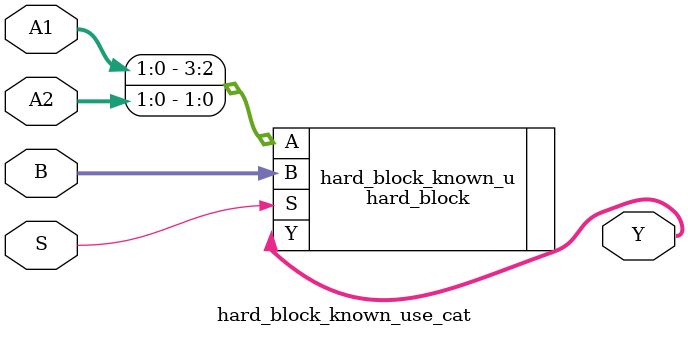
<source format=v>
module hard_block_known_use_cat(A1, A2, B, S, Y);

  parameter WIDTH_A = 2;
  parameter WIDTH_B = 4;

  input [WIDTH_A-1:0] A1;
  input [WIDTH_A-1:0] A2;
  input [WIDTH_B-1:0] B;
  input S;

  output [WIDTH_B-1:0] Y;
  
  hard_block hard_block_known_u(.A({A1, A2}), .B(B), .S(S), .Y(Y));
  
endmodule

</source>
